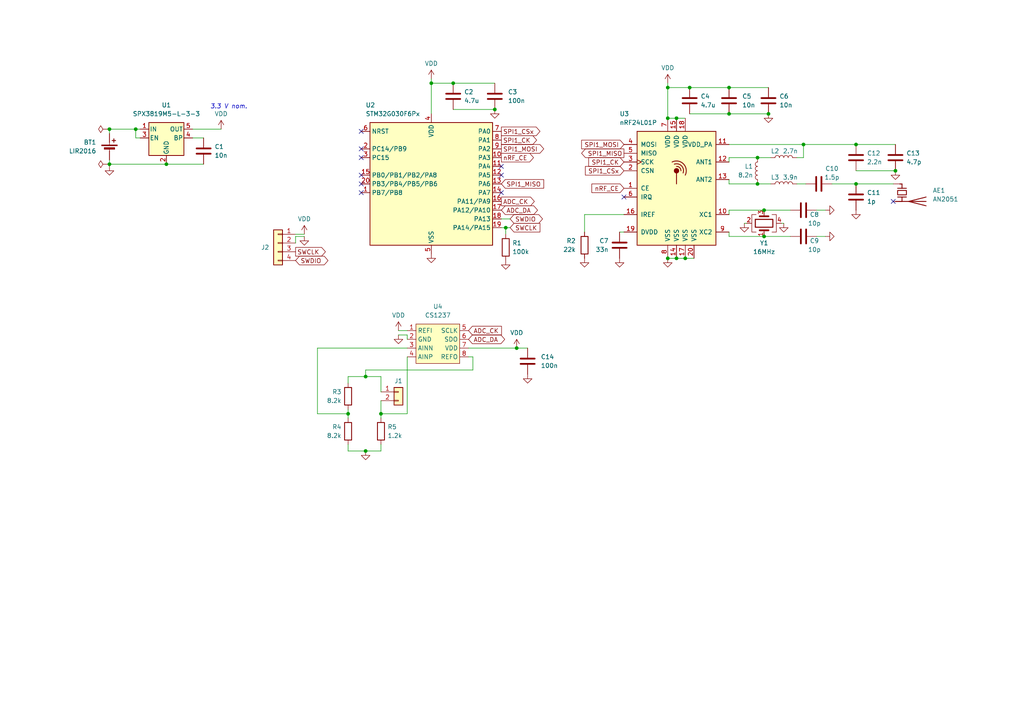
<source format=kicad_sch>
(kicad_sch (version 20230121) (generator eeschema)
  (paper "A4")
  (lib_symbols
    (symbol "Connector_Generic:Conn_01x02" (pin_names (offset 1.016) hide)
      (property "Reference" "J" (at 0 2.54 0))
      (property "Value" "Conn_01x02" (at 0 -5.08 0))
      (symbol "Conn_01x02_1_1"
        (rectangle (start -1.27 -2.413) (end 0 -2.667) (stroke (width 0.1524)))
        (rectangle (start -1.27 0.127) (end 0 -0.127) (stroke (width 0.1524)))
        (rectangle (start -1.27 1.27) (end 1.27 -3.81) (stroke (width 0.254)) (fill (type background)))
        (pin passive line (at -5.08 0 0) (length 3.81) (name "Pin_1") (number "1"))
        (pin passive line (at -5.08 -2.54 0) (length 3.81) (name "Pin_2") (number "2"))
      )
    )
    (symbol "Connector_Generic:Conn_01x04" (pin_names (offset 1.016) hide)
      (property "Reference" "J" (at 0 5.08 0))
      (property "Value" "Conn_01x04" (at 0 -7.62 0))
      (symbol "Conn_01x04_1_1"
        (rectangle (start -1.27 -4.953) (end 0 -5.207) (stroke (width 0.1524)))
        (rectangle (start -1.27 -2.413) (end 0 -2.667) (stroke (width 0.1524)))
        (rectangle (start -1.27 0.127) (end 0 -0.127) (stroke (width 0.1524)))
        (rectangle (start -1.27 2.667) (end 0 2.413) (stroke (width 0.1524)))
        (rectangle (start -1.27 3.81) (end 1.27 -6.35) (stroke (width 0.254)) (fill (type background)))
        (pin passive line (at -5.08 2.54 0) (length 3.81) (name "Pin_1") (number "1"))
        (pin passive line (at -5.08 0 0) (length 3.81) (name "Pin_2") (number "2"))
        (pin passive line (at -5.08 -2.54 0) (length 3.81) (name "Pin_3") (number "3"))
        (pin passive line (at -5.08 -5.08 0) (length 3.81) (name "Pin_4") (number "4"))
      )
    )
    (symbol "Device:Antenna_Chip" (pin_numbers hide) (pin_names (offset 1.016) hide)
      (property "Reference" "AE" (at 0 5.08 0))
      (property "Value" "Antenna_Chip" (at 0 3.175 0))
      (symbol "Antenna_Chip_0_1"
        (polyline (pts (xy -2.54 0) (xy -2.54 -0.635)) (stroke (width 0.254)))
        (polyline (pts (xy -2.54 0) (xy -1.27 0)) (stroke (width 0.254)))
        (polyline (pts (xy 1.27 0) (xy 2.54 0)) (stroke (width 0.254)))
        (polyline (pts (xy 1.27 1.27) (xy 1.27 -1.27)) (stroke (width 0.254)))
        (polyline (pts (xy 2.54 -0.635) (xy 2.54 0)))
        (polyline (pts (xy 2.54 6.985) (xy 2.54 -1.905)) (stroke (width 0.254)))
        (polyline (pts (xy -1.27 1.27) (xy -1.27 -1.27) (xy -1.27 0)) (stroke (width 0.254)))
        (polyline (pts (xy 3.81 6.985) (xy 2.54 1.905) (xy 1.27 6.985)) (stroke (width 0.254)))
        (polyline (pts (xy -0.635 1.27) (xy 0.635 1.27) (xy 0.635 -1.27) (xy -0.635 -1.27) (xy -0.635 1.27)) (stroke (width 0.254)))
      )
      (symbol "Antenna_Chip_1_1"
        (pin input line (at -2.54 -2.54 90) (length 2.54) (name "FEED") (number "1"))
        (pin passive line (at 2.54 -2.54 90) (length 2.54) (name "PCB_Trace") (number "2"))
      )
    )
    (symbol "Device:Battery_Cell" (pin_numbers hide) (pin_names (offset 0) hide)
      (property "Reference" "BT" (at 2.54 2.54 0))
      (property "Value" "Battery_Cell" (at 2.54 0 0))
      (symbol "Battery_Cell_0_1"
        (rectangle (start -2.286 1.778) (end 2.286 1.524) (fill (type outline)))
        (rectangle (start -1.524 1.016) (end 1.524 0.508) (fill (type outline)))
        (polyline (pts (xy 0 0.762) (xy 0 0)))
        (polyline (pts (xy 0 1.778) (xy 0 2.54)))
        (polyline (pts (xy 0.762 3.048) (xy 1.778 3.048)) (stroke (width 0.254)))
        (polyline (pts (xy 1.27 3.556) (xy 1.27 2.54)) (stroke (width 0.254)))
      )
      (symbol "Battery_Cell_1_1"
        (pin passive line (at 0 5.08 270) (length 2.54) (name "+") (number "1"))
        (pin passive line (at 0 -2.54 90) (length 2.54) (name "-") (number "2"))
      )
    )
    (symbol "Device:C" (pin_numbers hide) (pin_names (offset 0.254))
      (property "Reference" "C" (at 0.635 2.54 0))
      (property "Value" "C" (at 0.635 -2.54 0))
      (symbol "C_0_1"
        (polyline (pts (xy -2.032 -0.762) (xy 2.032 -0.762)) (stroke (width 0.508)))
        (polyline (pts (xy -2.032 0.762) (xy 2.032 0.762)) (stroke (width 0.508)))
      )
      (symbol "C_1_1"
        (pin passive line (at 0 3.81 270) (length 2.794) (name "~") (number "1"))
        (pin passive line (at 0 -3.81 90) (length 2.794) (name "~") (number "2"))
      )
    )
    (symbol "Device:Crystal_GND24" (pin_names (offset 1.016) hide)
      (property "Reference" "Y" (at 3.175 5.08 0))
      (property "Value" "Crystal_GND24" (at 3.175 3.175 0))
      (symbol "Crystal_GND24_0_1"
        (rectangle (start -1.143 2.54) (end 1.143 -2.54) (stroke (width 0.3048)))
        (polyline (pts (xy -2.54 0) (xy -2.032 0)))
        (polyline (pts (xy -2.032 -1.27) (xy -2.032 1.27)) (stroke (width 0.508)))
        (polyline (pts (xy 0 -3.81) (xy 0 -3.556)))
        (polyline (pts (xy 0 3.556) (xy 0 3.81)))
        (polyline (pts (xy 2.032 -1.27) (xy 2.032 1.27)) (stroke (width 0.508)))
        (polyline (pts (xy 2.032 0) (xy 2.54 0)))
        (polyline (pts (xy -2.54 -2.286) (xy -2.54 -3.556) (xy 2.54 -3.556) (xy 2.54 -2.286)))
        (polyline (pts (xy -2.54 2.286) (xy -2.54 3.556) (xy 2.54 3.556) (xy 2.54 2.286)))
      )
      (symbol "Crystal_GND24_1_1"
        (pin passive line (at -3.81 0 0) (length 1.27) (name "1") (number "1"))
        (pin passive line (at 0 5.08 270) (length 1.27) (name "2") (number "2"))
        (pin passive line (at 3.81 0 180) (length 1.27) (name "3") (number "3"))
        (pin passive line (at 0 -5.08 90) (length 1.27) (name "4") (number "4"))
      )
    )
    (symbol "Device:L" (pin_numbers hide) (pin_names (offset 1.016) hide)
      (property "Reference" "L" (at -1.27 0 90))
      (property "Value" "L" (at 1.905 0 90))
      (symbol "L_0_1"
        (arc (start 0 -2.54) (mid 0.6323 -1.905) (end 0 -1.27))
        (arc (start 0 -1.27) (mid 0.6323 -0.635) (end 0 0))
        (arc (start 0 0) (mid 0.6323 0.635) (end 0 1.27))
        (arc (start 0 1.27) (mid 0.6323 1.905) (end 0 2.54))
      )
      (symbol "L_1_1"
        (pin passive line (at 0 3.81 270) (length 1.27) (name "1") (number "1"))
        (pin passive line (at 0 -3.81 90) (length 1.27) (name "2") (number "2"))
      )
    )
    (symbol "Device:R" (pin_numbers hide) (pin_names (offset 0))
      (property "Reference" "R" (at 2.032 0 90))
      (property "Value" "R" (at 0 0 90))
      (symbol "R_0_1"
        (rectangle (start -1.016 -2.54) (end 1.016 2.54) (stroke (width 0.254)))
      )
      (symbol "R_1_1"
        (pin passive line (at 0 3.81 270) (length 1.27) (name "~") (number "1"))
        (pin passive line (at 0 -3.81 90) (length 1.27) (name "~") (number "2"))
      )
    )
    (symbol "MCU_ST_STM32G0:STM32G030F6Px"
      (property "Reference" "U" (at -17.78 19.05 0))
      (property "Value" "STM32G030F6Px" (at 2.54 19.05 0))
      (symbol "STM32G030F6Px_0_1"
        (rectangle (start -17.78 -17.78) (end 17.78 17.78) (stroke (width 0.254)) (fill (type background)))
      )
      (symbol "STM32G030F6Px_1_1"
        (pin bidirectional line (at -20.32 -2.54 0) (length 2.54) (name "PB7/PB8") (number "1"))
        (pin bidirectional line (at 20.32 7.62 180) (length 2.54) (name "PA3") (number "10"))
        (pin bidirectional line (at 20.32 5.08 180) (length 2.54) (name "PA4") (number "11"))
        (pin bidirectional line (at 20.32 2.54 180) (length 2.54) (name "PA5") (number "12"))
        (pin bidirectional line (at 20.32 0 180) (length 2.54) (name "PA6") (number "13"))
        (pin bidirectional line (at 20.32 -2.54 180) (length 2.54) (name "PA7") (number "14"))
        (pin bidirectional line (at -20.32 2.54 0) (length 2.54) (name "PB0/PB1/PB2/PA8") (number "15"))
        (pin bidirectional line (at 20.32 -5.08 180) (length 2.54) (name "PA11/PA9") (number "16"))
        (pin bidirectional line (at 20.32 -7.62 180) (length 2.54) (name "PA12/PA10") (number "17"))
        (pin bidirectional line (at 20.32 -10.16 180) (length 2.54) (name "PA13") (number "18"))
        (pin bidirectional line (at 20.32 -12.7 180) (length 2.54) (name "PA14/PA15") (number "19"))
        (pin bidirectional line (at -20.32 10.16 0) (length 2.54) (name "PC14/PB9") (number "2"))
        (pin bidirectional line (at -20.32 0 0) (length 2.54) (name "PB3/PB4/PB5/PB6") (number "20"))
        (pin bidirectional line (at -20.32 7.62 0) (length 2.54) (name "PC15") (number "3"))
        (pin power_in line (at 0 20.32 270) (length 2.54) (name "VDD") (number "4"))
        (pin power_in line (at 0 -20.32 90) (length 2.54) (name "VSS") (number "5"))
        (pin input line (at -20.32 15.24 0) (length 2.54) (name "NRST") (number "6"))
        (pin bidirectional line (at 20.32 15.24 180) (length 2.54) (name "PA0") (number "7"))
        (pin bidirectional line (at 20.32 12.7 180) (length 2.54) (name "PA1") (number "8"))
        (pin bidirectional line (at 20.32 10.16 180) (length 2.54) (name "PA2") (number "9"))
      )
    )
    (symbol "RF:nRF24L01P" (pin_names (offset 1.016))
      (property "Reference" "U" (at -11.43 17.78 0))
      (property "Value" "nRF24L01P" (at 5.08 17.78 0))
      (symbol "nRF24L01P_0_1"
        (rectangle (start -11.43 16.51) (end 11.43 -16.51) (stroke (width 0.254)) (fill (type background)))
        (polyline (pts (xy 0 4.445) (xy 0 1.27)) (stroke (width 0.254)))
        (circle (center 0 5.08) (radius 0.635) (stroke (width 0.254)) (fill (type outline)))
        (arc (start 1.27 5.08) (mid 0.9071 5.9946) (end 0 6.35) (stroke (width 0.254)))
        (arc (start 1.905 4.445) (mid 1.4313 6.5254) (end -0.635 6.985) (stroke (width 0.254)))
        (arc (start 2.54 3.81) (mid 2.008 7.088) (end -1.27 7.62) (stroke (width 0.254)))
        (rectangle (start 11.43 -13.97) (end 11.43 -13.97))
      )
      (symbol "nRF24L01P_1_1"
        (pin input line (at -15.24 0 0) (length 3.81) (name "CE") (number "1"))
        (pin passive line (at 15.24 -7.62 180) (length 3.81) (name "XC1") (number "10"))
        (pin power_out line (at 15.24 12.7 180) (length 3.81) (name "VDD_PA") (number "11"))
        (pin passive line (at 15.24 7.62 180) (length 3.81) (name "ANT1") (number "12"))
        (pin passive line (at 15.24 2.54 180) (length 3.81) (name "ANT2") (number "13"))
        (pin power_in line (at 0 -20.32 90) (length 3.81) (name "VSS") (number "14"))
        (pin power_in line (at 0 20.32 270) (length 3.81) (name "VDD") (number "15"))
        (pin passive line (at -15.24 -7.62 0) (length 3.81) (name "IREF") (number "16"))
        (pin power_in line (at 2.54 -20.32 90) (length 3.81) (name "VSS") (number "17"))
        (pin power_in line (at 2.54 20.32 270) (length 3.81) (name "VDD") (number "18"))
        (pin power_out line (at -15.24 -12.7 0) (length 3.81) (name "DVDD") (number "19"))
        (pin input line (at -15.24 5.08 0) (length 3.81) (name "CSN") (number "2"))
        (pin power_in line (at 5.08 -20.32 90) (length 3.81) (name "VSS") (number "20"))
        (pin input clock (at -15.24 7.62 0) (length 3.81) (name "SCK") (number "3"))
        (pin input line (at -15.24 12.7 0) (length 3.81) (name "MOSI") (number "4"))
        (pin output line (at -15.24 10.16 0) (length 3.81) (name "MISO") (number "5"))
        (pin output line (at -15.24 -2.54 0) (length 3.81) (name "IRQ") (number "6"))
        (pin power_in line (at -2.54 20.32 270) (length 3.81) (name "VDD") (number "7"))
        (pin power_in line (at -2.54 -20.32 90) (length 3.81) (name "VSS") (number "8"))
        (pin passive line (at 15.24 -12.7 180) (length 3.81) (name "XC2") (number "9"))
      )
    )
    (symbol "Regulator_Linear:SPX3819M5-L-3-3" (pin_names (offset 0.254))
      (property "Reference" "U" (at -3.81 5.715 0))
      (property "Value" "SPX3819M5-L-3-3" (at 0 5.715 0))
      (symbol "SPX3819M5-L-3-3_0_1"
        (rectangle (start -5.08 4.445) (end 5.08 -5.08) (stroke (width 0.254)) (fill (type background)))
      )
      (symbol "SPX3819M5-L-3-3_1_1"
        (pin power_in line (at -7.62 2.54 0) (length 2.54) (name "IN") (number "1"))
        (pin power_in line (at 0 -7.62 90) (length 2.54) (name "GND") (number "2"))
        (pin input line (at -7.62 0 0) (length 2.54) (name "EN") (number "3"))
        (pin input line (at 7.62 0 180) (length 2.54) (name "BP") (number "4"))
        (pin power_out line (at 7.62 2.54 180) (length 2.54) (name "OUT") (number "5"))
      )
    )
    (symbol "ResSensor_symbols:CS1237"
      (property "Reference" "U" (at 0 1.27 0))
      (property "Value" "CS1237" (at -0.635 0 0))
      (symbol "CS1237_1_1"
        (rectangle (start -6.35 0) (end 6.35 -11.43) (fill (type background)))
        (pin input line (at -8.89 -1.905 0) (length 2.54) (name "REFI") (number "1"))
        (pin power_in line (at -8.89 -4.445 0) (length 2.54) (name "GND") (number "2"))
        (pin input line (at -8.89 -6.985 0) (length 2.54) (name "AINN") (number "3"))
        (pin input line (at -8.89 -9.525 0) (length 2.54) (name "AINP") (number "4"))
        (pin input line (at 8.89 -1.905 180) (length 2.54) (name "SCLK") (number "5"))
        (pin bidirectional line (at 8.89 -4.445 180) (length 2.54) (name "SDO") (number "6"))
        (pin power_in line (at 8.89 -6.985 180) (length 2.54) (name "VDD") (number "7"))
        (pin output line (at 8.89 -9.525 180) (length 2.54) (name "REFO") (number "8"))
      )
    )
    (symbol "power:GND" (power) (pin_names (offset 0))
      (property "Value" "GND" (at 0 -3.81 0))
      (symbol "GND_0_1"
        (polyline (pts (xy 0 0) (xy 0 -1.27) (xy 1.27 -1.27) (xy 0 -2.54) (xy -1.27 -1.27) (xy 0 -1.27)))
      )
      (symbol "GND_1_1"
        (pin power_in line (at 0 0 270) (length 0) hide (name "GND") (number "1"))
      )
    )
    (symbol "power:PWR_FLAG" (power) (pin_numbers hide) (pin_names (offset 0) hide)
      (property "Value" "PWR_FLAG" (at 0 3.81 0))
      (symbol "PWR_FLAG_0_0"
        (pin power_out line (at 0 0 90) (length 0) (name "pwr") (number "1"))
      )
      (symbol "PWR_FLAG_0_1"
        (polyline (pts (xy 0 0) (xy 0 1.27) (xy -1.016 1.905) (xy 0 2.54) (xy 1.016 1.905) (xy 0 1.27)))
      )
    )
    (symbol "power:VDD" (power) (pin_names (offset 0))
      (property "Value" "VDD" (at 0 3.81 0))
      (symbol "VDD_0_1"
        (polyline (pts (xy -0.762 1.27) (xy 0 2.54)))
        (polyline (pts (xy 0 0) (xy 0 2.54)))
        (polyline (pts (xy 0 2.54) (xy 0.762 1.27)))
      )
      (symbol "VDD_1_1"
        (pin power_in line (at 0 0 90) (length 0) hide (name "VDD") (number "1"))
      )
    )
  )
  (junction (at 146.685 66.04))
  (junction (at 106.045 109.22))
  (junction (at 221.615 68.58))
  (junction (at 193.675 34.29))
  (junction (at 198.755 74.93))
  (junction (at 31.75 47.625))
  (junction (at 259.715 49.53))
  (junction (at 248.285 53.34))
  (junction (at 143.51 31.75))
  (junction (at 233.045 41.91))
  (junction (at 219.71 53.34))
  (junction (at 131.445 24.13))
  (junction (at 193.675 74.93))
  (junction (at 125.095 24.13))
  (junction (at 100.965 120.015))
  (junction (at 149.86 100.965))
  (junction (at 48.26 47.625))
  (junction (at 222.885 33.02))
  (junction (at 211.455 25.4))
  (junction (at 106.045 130.81))
  (junction (at 196.215 34.29))
  (junction (at 211.455 33.02))
  (junction (at 219.71 45.72))
  (junction (at 248.285 41.91))
  (junction (at 193.675 25.4))
  (junction (at 196.215 74.93))
  (junction (at 31.75 37.465))
  (junction (at 221.615 60.96))
  (junction (at 200.025 25.4))
  (junction (at 110.49 120.015))
  (junction (at 39.37 37.465))
  (no_connect (at 104.775 38.1))
  (no_connect (at 180.975 57.15))
  (no_connect (at 145.415 48.26))
  (no_connect (at 104.775 53.34))
  (no_connect (at 259.08 58.42))
  (no_connect (at 104.775 43.18))
  (no_connect (at 104.775 50.8))
  (no_connect (at 145.415 50.8))
  (no_connect (at 104.775 55.88))
  (no_connect (at 145.415 55.88))
  (no_connect (at 104.775 45.72))
  (wire (pts (xy 110.49 109.22) (xy 110.49 113.665)))
  (wire (pts (xy 211.455 41.91) (xy 233.045 41.91)))
  (wire (pts (xy 125.095 24.13) (xy 131.445 24.13)))
  (wire (pts (xy 211.455 60.96) (xy 221.615 60.96)))
  (wire (pts (xy 55.88 40.005) (xy 59.055 40.005)))
  (wire (pts (xy 179.705 67.31) (xy 180.975 67.31)))
  (wire (pts (xy 147.955 66.04) (xy 146.685 66.04)))
  (wire (pts (xy 110.49 120.015) (xy 110.49 121.285)))
  (wire (pts (xy 248.285 53.34) (xy 259.08 53.34)))
  (wire (pts (xy 31.115 47.625) (xy 31.75 47.625)))
  (wire (pts (xy 239.395 60.96) (xy 236.855 60.96)))
  (wire (pts (xy 135.89 100.965) (xy 149.86 100.965)))
  (wire (pts (xy 221.615 68.58) (xy 211.455 68.58)))
  (wire (pts (xy 193.675 25.4) (xy 193.675 34.29)))
  (wire (pts (xy 106.045 130.81) (xy 110.49 130.81)))
  (wire (pts (xy 198.755 74.93) (xy 201.295 74.93)))
  (wire (pts (xy 193.675 74.93) (xy 196.215 74.93)))
  (wire (pts (xy 200.025 25.4) (xy 211.455 25.4)))
  (wire (pts (xy 193.675 25.4) (xy 200.025 25.4)))
  (wire (pts (xy 226.695 64.77) (xy 227.33 64.77)))
  (wire (pts (xy 211.455 25.4) (xy 222.885 25.4)))
  (wire (pts (xy 241.3 53.34) (xy 248.285 53.34)))
  (wire (pts (xy 131.445 24.13) (xy 143.51 24.13)))
  (wire (pts (xy 180.975 62.23) (xy 169.545 62.23)))
  (wire (pts (xy 131.445 31.75) (xy 143.51 31.75)))
  (wire (pts (xy 31.75 47.625) (xy 48.26 47.625)))
  (wire (pts (xy 135.89 103.505) (xy 137.16 103.505)))
  (wire (pts (xy 100.965 120.015) (xy 100.965 121.285)))
  (wire (pts (xy 31.115 37.465) (xy 31.75 37.465)))
  (wire (pts (xy 211.455 68.58) (xy 211.455 67.31)))
  (wire (pts (xy 125.095 22.86) (xy 125.095 24.13)))
  (wire (pts (xy 31.75 37.465) (xy 39.37 37.465)))
  (wire (pts (xy 115.57 95.885) (xy 118.11 95.885)))
  (wire (pts (xy 118.11 100.965) (xy 92.075 100.965)))
  (wire (pts (xy 92.075 100.965) (xy 92.075 120.015)))
  (wire (pts (xy 118.11 97.155) (xy 118.11 98.425)))
  (wire (pts (xy 100.965 111.125) (xy 100.965 109.22)))
  (wire (pts (xy 31.75 37.465) (xy 31.75 38.735)))
  (wire (pts (xy 39.37 37.465) (xy 40.64 37.465)))
  (wire (pts (xy 147.955 63.5) (xy 145.415 63.5)))
  (wire (pts (xy 100.965 128.905) (xy 100.965 130.81)))
  (wire (pts (xy 211.455 53.34) (xy 211.455 52.07)))
  (wire (pts (xy 219.71 53.34) (xy 211.455 53.34)))
  (wire (pts (xy 146.685 66.04) (xy 146.685 67.945)))
  (wire (pts (xy 215.9 64.77) (xy 216.535 64.77)))
  (wire (pts (xy 248.285 41.91) (xy 259.715 41.91)))
  (wire (pts (xy 110.49 116.205) (xy 110.49 120.015)))
  (wire (pts (xy 193.675 34.29) (xy 196.215 34.29)))
  (wire (pts (xy 125.095 24.13) (xy 125.095 33.02)))
  (wire (pts (xy 31.75 46.355) (xy 31.75 47.625)))
  (wire (pts (xy 106.045 109.22) (xy 110.49 109.22)))
  (wire (pts (xy 239.395 68.58) (xy 236.855 68.58)))
  (wire (pts (xy 231.14 53.34) (xy 233.68 53.34)))
  (wire (pts (xy 146.685 66.04) (xy 145.415 66.04)))
  (wire (pts (xy 196.215 34.29) (xy 198.755 34.29)))
  (wire (pts (xy 39.37 37.465) (xy 39.37 40.005)))
  (wire (pts (xy 200.025 33.02) (xy 211.455 33.02)))
  (wire (pts (xy 40.64 40.005) (xy 39.37 40.005)))
  (wire (pts (xy 106.045 107.315) (xy 106.045 109.22)))
  (wire (pts (xy 211.455 62.23) (xy 211.455 60.96)))
  (wire (pts (xy 193.675 24.13) (xy 193.675 25.4)))
  (wire (pts (xy 100.965 130.81) (xy 106.045 130.81)))
  (wire (pts (xy 118.11 120.015) (xy 110.49 120.015)))
  (wire (pts (xy 92.075 120.015) (xy 100.965 120.015)))
  (wire (pts (xy 221.615 68.58) (xy 229.235 68.58)))
  (wire (pts (xy 85.725 70.485) (xy 85.725 68.58)))
  (wire (pts (xy 85.725 68.58) (xy 88.265 68.58)))
  (wire (pts (xy 55.88 37.465) (xy 64.135 37.465)))
  (wire (pts (xy 233.045 45.72) (xy 231.14 45.72)))
  (wire (pts (xy 48.26 47.625) (xy 59.055 47.625)))
  (wire (pts (xy 248.285 49.53) (xy 259.715 49.53)))
  (wire (pts (xy 137.16 107.315) (xy 106.045 107.315)))
  (wire (pts (xy 110.49 130.81) (xy 110.49 128.905)))
  (wire (pts (xy 233.045 41.91) (xy 233.045 45.72)))
  (wire (pts (xy 31.75 47.625) (xy 31.75 48.26)))
  (wire (pts (xy 118.11 103.505) (xy 118.11 120.015)))
  (wire (pts (xy 196.215 74.93) (xy 198.755 74.93)))
  (wire (pts (xy 219.71 45.72) (xy 223.52 45.72)))
  (wire (pts (xy 153.035 100.965) (xy 149.86 100.965)))
  (wire (pts (xy 115.57 97.155) (xy 118.11 97.155)))
  (wire (pts (xy 219.71 53.34) (xy 223.52 53.34)))
  (wire (pts (xy 100.965 109.22) (xy 106.045 109.22)))
  (wire (pts (xy 100.965 118.745) (xy 100.965 120.015)))
  (wire (pts (xy 169.545 62.23) (xy 169.545 67.31)))
  (wire (pts (xy 211.455 33.02) (xy 222.885 33.02)))
  (wire (pts (xy 211.455 45.72) (xy 219.71 45.72)))
  (wire (pts (xy 137.16 103.505) (xy 137.16 107.315)))
  (wire (pts (xy 211.455 46.99) (xy 211.455 45.72)))
  (wire (pts (xy 233.045 41.91) (xy 248.285 41.91)))
  (wire (pts (xy 88.265 67.945) (xy 85.725 67.945)))
  (wire (pts (xy 221.615 60.96) (xy 229.235 60.96)))
  (text "3.3 V nom." (at 60.96 31.75 0) (effects (font (size 1.27 1.27) italic) (justify left bottom)))
  (global_label "nRF_CE" (shape input) (at 180.975 54.61 180) (property "Intersheetrefs" "${INTERSHEET_REFS}" (effects hide)))
  (global_label "SPI1_CSx" (shape input) (at 180.975 49.53 180) (property "Intersheetrefs" "${INTERSHEET_REFS}" (effects hide)))
  (global_label "SPI1_CK" (shape input) (at 180.975 46.99 180) (property "Intersheetrefs" "${INTERSHEET_REFS}" (effects hide)))
  (global_label "nRF_CE" (shape output) (at 145.415 45.72 0) (property "Intersheetrefs" "${INTERSHEET_REFS}" (effects hide)))
  (global_label "SWCLK" (shape output) (at 85.725 73.025 0) (property "Intersheetrefs" "${INTERSHEET_REFS}" (effects hide)))
  (global_label "SPI1_CSx" (shape output) (at 145.415 38.1 0) (property "Intersheetrefs" "${INTERSHEET_REFS}" (effects hide)))
  (global_label "ADC_CK" (shape output) (at 145.415 58.42 0) (property "Intersheetrefs" "${INTERSHEET_REFS}" (effects hide)))
  (global_label "SPI1_MISO" (shape input) (at 145.415 53.34 0) (property "Intersheetrefs" "${INTERSHEET_REFS}" (effects hide)))
  (global_label "SPI1_MOSI" (shape input) (at 180.975 41.91 180) (property "Intersheetrefs" "${INTERSHEET_REFS}" (effects hide)))
  (global_label "SWDIO" (shape bidirectional) (at 85.725 75.565 0) (property "Intersheetrefs" "${INTERSHEET_REFS}" (effects hide)))
  (global_label "ADC_DA" (shape bidirectional) (at 135.89 98.425 0) (property "Intersheetrefs" "${INTERSHEET_REFS}" (effects hide)))
  (global_label "SWDIO" (shape bidirectional) (at 147.955 63.5 0) (property "Intersheetrefs" "${INTERSHEET_REFS}" (effects hide)))
  (global_label "SPI1_CK" (shape output) (at 145.415 40.64 0) (property "Intersheetrefs" "${INTERSHEET_REFS}" (effects hide)))
  (global_label "SPI1_MISO" (shape output) (at 180.975 44.45 180) (property "Intersheetrefs" "${INTERSHEET_REFS}" (effects hide)))
  (global_label "SPI1_MOSI" (shape output) (at 145.415 43.18 0) (property "Intersheetrefs" "${INTERSHEET_REFS}" (effects hide)))
  (global_label "SWCLK" (shape input) (at 147.955 66.04 0) (property "Intersheetrefs" "${INTERSHEET_REFS}" (effects hide)))
  (global_label "ADC_DA" (shape bidirectional) (at 145.415 60.96 0) (property "Intersheetrefs" "${INTERSHEET_REFS}" (effects hide)))
  (global_label "ADC_CK" (shape input) (at 135.89 95.885 0) (property "Intersheetrefs" "${INTERSHEET_REFS}" (effects hide)))
  (symbol (lib_id "Device:C") (at 237.49 53.34 90) (unit 1)
    (property "Reference" "C10" (at 241.3 48.895 90))
    (property "Value" "1.5p" (at 241.3 51.435 90))
    (property "Footprint" "Capacitor_SMD:C_0402_1005Metric" (effects hide))
  )
  (symbol (lib_id "Device:C") (at 259.715 45.72 0) (unit 1)
    (property "Reference" "C13" (at 262.89 44.45 0) (effects (justify left)))
    (property "Value" "4.7p" (at 262.89 46.99 0) (effects (justify left)))
    (property "Footprint" "Capacitor_SMD:C_0402_1005Metric" (effects hide))
  )
  (symbol (lib_id "power:GND") (at 215.9 64.77 0) (unit 1)
    (property "Reference" "#PWR010" (effects hide))
    (property "Value" "GND" (effects hide))
  )
  (symbol (lib_id "power:VDD") (at 64.135 37.465 0) (unit 1)
    (property "Reference" "#PWR03" (effects hide))
    (property "Value" "VDD" (at 64.135 33.02 0))
  )
  (symbol (lib_id "power:PWR_FLAG") (at 31.115 37.465 90) (unit 1)
    (property "Reference" "#FLG01" (effects hide))
    (property "Value" "PWR_FLAG" (effects hide))
  )
  (symbol (lib_id "Device:C") (at 131.445 27.94 0) (unit 1)
    (property "Reference" "C2" (at 134.62 26.67 0) (effects (justify left)))
    (property "Value" "4.7u" (at 134.62 29.21 0) (effects (justify left)))
    (property "Footprint" "Capacitor_SMD:C_0603_1608Metric" (effects hide))
  )
  (symbol (lib_id "Device:C") (at 200.025 29.21 0) (unit 1)
    (property "Reference" "C4" (at 203.2 27.94 0) (effects (justify left)))
    (property "Value" "4.7u" (at 203.2 30.48 0) (effects (justify left)))
    (property "Footprint" "Capacitor_SMD:C_0603_1608Metric" (effects hide))
  )
  (symbol (lib_id "Device:C") (at 248.285 57.15 0) (unit 1)
    (property "Reference" "C11" (at 251.46 55.88 0) (effects (justify left)))
    (property "Value" "1p" (at 251.46 58.42 0) (effects (justify left)))
    (property "Footprint" "Capacitor_SMD:C_0402_1005Metric" (effects hide))
  )
  (symbol (lib_id "power:VDD") (at 149.86 100.965 0) (unit 1)
    (property "Reference" "#PWR018" (effects hide))
    (property "Value" "VDD" (at 149.86 96.52 0))
  )
  (symbol (lib_id "Device:C") (at 143.51 27.94 0) (unit 1)
    (property "Reference" "C3" (at 147.32 26.67 0) (effects (justify left)))
    (property "Value" "100n" (at 147.32 29.21 0) (effects (justify left)))
    (property "Footprint" "Capacitor_SMD:C_0603_1608Metric" (effects hide))
  )
  (symbol (lib_id "Regulator_Linear:SPX3819M5-L-3-3") (at 48.26 40.005 0) (unit 1)
    (property "Reference" "U1" (at 48.26 30.48 0))
    (property "Value" "SPX3819M5-L-3-3" (at 48.26 33.02 0))
    (property "Footprint" "Package_TO_SOT_SMD:SOT-23-5" (effects hide))
    (property "Datasheet" "https://www.exar.com/content/document.ashx?id=22106&languageid=1033&type=Datasheet&partnumber=SPX3819&filename=SPX3819.pdf&part=SPX3819" (effects hide))
  )
  (symbol (lib_id "Device:L") (at 227.33 53.34 90) (unit 1)
    (property "Reference" "L3" (at 224.79 51.435 90))
    (property "Value" "3.9n" (at 229.235 51.435 90))
    (property "Footprint" "Capacitor_SMD:C_0402_1005Metric" (effects hide))
  )
  (symbol (lib_id "Device:R") (at 110.49 125.095 0) (unit 1)
    (property "Reference" "R5" (at 112.395 123.825 0) (effects (justify left)))
    (property "Value" "1.2k" (at 112.395 126.365 0) (effects (justify left)))
    (property "Footprint" "Resistor_SMD:R_0603_1608Metric" (effects hide))
  )
  (symbol (lib_id "power:GND") (at 193.675 74.93 0) (unit 1)
    (property "Reference" "#PWR017" (effects hide))
    (property "Value" "GND" (effects hide))
  )
  (symbol (lib_id "Device:Crystal_GND24") (at 221.615 64.77 90) (unit 1)
    (property "Reference" "Y1" (at 221.615 70.485 90))
    (property "Value" "16MHz" (at 221.615 73.025 90))
    (property "Footprint" "Crystal:Crystal_SMD_3225-4Pin_3.2x2.5mm" (effects hide))
  )
  (symbol (lib_id "Device:Battery_Cell") (at 31.75 43.815 0) (unit 1)
    (property "Reference" "BT1" (at 27.94 41.275 0) (effects (justify right)))
    (property "Value" "LIR2016" (at 27.94 43.815 0) (effects (justify right)))
    (property "Footprint" "Battery:BatteryHolder_Keystone_1060_1x2032" (effects hide))
  )
  (symbol (lib_id "power:GND") (at 31.75 48.26 0) (unit 1)
    (property "Reference" "#PWR01" (effects hide))
    (property "Value" "GND" (effects hide))
  )
  (symbol (lib_id "RF:nRF24L01P") (at 196.215 54.61 0) (unit 1)
    (property "Reference" "U3" (at 179.705 33.02 0) (effects (justify left)))
    (property "Value" "nRF24L01P" (at 179.705 35.56 0) (effects (justify left)))
    (property "Footprint" "ResSensor_footprints:QFN-20-P0.5" (effects hide))
    (property "Datasheet" "http://www.nordicsemi.com/eng/content/download/2726/34069/file/nRF24L01P_Product_Specification_1_0.pdf" (effects hide))
  )
  (symbol (lib_id "power:GND") (at 239.395 68.58 90) (unit 1)
    (property "Reference" "#PWR013" (effects hide))
    (property "Value" "GND" (effects hide))
  )
  (symbol (lib_id "Device:C") (at 222.885 29.21 0) (unit 1)
    (property "Reference" "C6" (at 226.06 27.94 0) (effects (justify left)))
    (property "Value" "10n" (at 226.06 30.48 0) (effects (justify left)))
    (property "Footprint" "Capacitor_SMD:C_0402_1005Metric" (effects hide))
  )
  (symbol (lib_id "Device:C") (at 153.035 104.775 0) (unit 1)
    (property "Reference" "C14" (at 156.845 103.505 0) (effects (justify left)))
    (property "Value" "100n" (at 156.845 106.045 0) (effects (justify left)))
    (property "Footprint" "Capacitor_SMD:C_0603_1608Metric" (effects hide))
  )
  (symbol (lib_id "Connector_Generic:Conn_01x02") (at 115.57 113.665 0) (unit 1)
    (property "Reference" "J1" (at 115.57 110.49 0))
    (property "Value" "Conn_01x02" (effects hide))
    (property "Footprint" "Connector_JST:JST_GH_SM02B-GHS-TB_1x02-1MP_P1.25mm_Horizontal" (effects hide))
  )
  (symbol (lib_id "power:VDD") (at 125.095 22.86 0) (unit 1)
    (property "Reference" "#PWR02" (effects hide))
    (property "Value" "VDD" (at 125.095 18.415 0))
  )
  (symbol (lib_id "power:GND") (at 88.265 68.58 0) (unit 1)
    (property "Reference" "#PWR023" (effects hide))
    (property "Value" "GND" (effects hide))
  )
  (symbol (lib_id "power:VDD") (at 88.265 67.945 0) (unit 1)
    (property "Reference" "#PWR014" (effects hide))
    (property "Value" "VDD" (at 88.265 63.5 0))
  )
  (symbol (lib_id "Device:C") (at 211.455 29.21 0) (unit 1)
    (property "Reference" "C5" (at 215.265 27.94 0) (effects (justify left)))
    (property "Value" "10n" (at 215.265 30.48 0) (effects (justify left)))
    (property "Footprint" "Capacitor_SMD:C_0402_1005Metric" (effects hide))
  )
  (symbol (lib_id "Device:L") (at 227.33 45.72 90) (unit 1)
    (property "Reference" "L2" (at 224.79 43.815 90))
    (property "Value" "2.7n" (at 229.235 43.815 90))
    (property "Footprint" "Capacitor_SMD:C_0402_1005Metric" (effects hide))
  )
  (symbol (lib_id "power:VDD") (at 193.675 24.13 0) (unit 1)
    (property "Reference" "#PWR06" (effects hide))
    (property "Value" "VDD" (at 193.675 19.685 0))
  )
  (symbol (lib_id "power:GND") (at 115.57 97.155 0) (unit 1)
    (property "Reference" "#PWR019" (effects hide))
    (property "Value" "GND" (effects hide))
  )
  (symbol (lib_id "Device:Antenna_Chip") (at 261.62 55.88 270) (unit 1)
    (property "Reference" "AE1" (at 270.51 55.245 90) (effects (justify left)))
    (property "Value" "AN2051" (at 270.51 57.785 90) (effects (justify left)))
    (property "Footprint" "ResSensor_footprints:ANTC5020X127N" (effects hide))
  )
  (symbol (lib_id "power:GND") (at 179.705 74.93 0) (unit 1)
    (property "Reference" "#PWR08" (effects hide))
    (property "Value" "GND" (effects hide))
  )
  (symbol (lib_id "power:GND") (at 125.095 73.66 0) (unit 1)
    (property "Reference" "#PWR04" (effects hide))
    (property "Value" "GND" (effects hide))
  )
  (symbol (lib_id "power:VDD") (at 115.57 95.885 0) (unit 1)
    (property "Reference" "#PWR020" (effects hide))
    (property "Value" "VDD" (at 115.57 91.44 0))
  )
  (symbol (lib_id "power:GND") (at 169.545 74.93 0) (unit 1)
    (property "Reference" "#PWR09" (effects hide))
    (property "Value" "GND" (effects hide))
  )
  (symbol (lib_id "power:GND") (at 259.715 49.53 0) (unit 1)
    (property "Reference" "#PWR016" (effects hide))
    (property "Value" "GND" (effects hide))
  )
  (symbol (lib_id "power:GND") (at 153.035 108.585 0) (unit 1)
    (property "Reference" "#PWR021" (effects hide))
    (property "Value" "GND" (effects hide))
  )
  (symbol (lib_id "Connector_Generic:Conn_01x04") (at 80.645 70.485 0) (mirror y) (unit 1)
    (property "Reference" "J2" (at 78.105 71.755 0) (effects (justify left)))
    (property "Value" "Conn_01x04" (effects hide))
    (property "Footprint" "ResSensor_footprints:TestPoints_1x04_P2.0" (effects hide))
  )
  (symbol (lib_id "power:GND") (at 227.33 64.77 0) (unit 1)
    (property "Reference" "#PWR011" (effects hide))
    (property "Value" "GND" (effects hide))
  )
  (symbol (lib_id "power:GND") (at 146.685 75.565 0) (unit 1)
    (property "Reference" "#PWR024" (effects hide))
    (property "Value" "GND" (effects hide))
  )
  (symbol (lib_id "MCU_ST_STM32G0:STM32G030F6Px") (at 125.095 53.34 0) (unit 1)
    (property "Reference" "U2" (at 106.045 30.48 0) (effects (justify left)))
    (property "Value" "STM32G030F6Px" (at 106.045 33.02 0) (effects (justify left)))
    (property "Footprint" "Package_SO:TSSOP-20_4.4x6.5mm_P0.65mm" (effects hide))
    (property "Datasheet" "https://www.st.com/resource/en/datasheet/stm32g030f6.pdf" (effects hide))
  )
  (symbol (lib_id "Device:R") (at 100.965 114.935 0) (mirror y) (unit 1)
    (property "Reference" "R3" (at 99.06 113.665 0) (effects (justify left)))
    (property "Value" "8.2k" (at 99.06 116.205 0) (effects (justify left)))
    (property "Footprint" "Resistor_SMD:R_0603_1608Metric" (effects hide))
  )
  (symbol (lib_id "Device:C") (at 233.045 60.96 90) (unit 1)
    (property "Reference" "C8" (at 236.22 62.23 90))
    (property "Value" "10p" (at 236.22 64.77 90))
    (property "Footprint" "Capacitor_SMD:C_0402_1005Metric" (effects hide))
  )
  (symbol (lib_id "Device:C") (at 233.045 68.58 90) (unit 1)
    (property "Reference" "C9" (at 236.22 69.85 90))
    (property "Value" "10p" (at 236.22 72.39 90))
    (property "Footprint" "Capacitor_SMD:C_0402_1005Metric" (effects hide))
  )
  (symbol (lib_id "power:GND") (at 106.045 130.81 0) (unit 1)
    (property "Reference" "#PWR022" (effects hide))
    (property "Value" "GND" (effects hide))
  )
  (symbol (lib_id "Device:C") (at 59.055 43.815 0) (unit 1)
    (property "Reference" "C1" (at 62.23 42.545 0) (effects (justify left)))
    (property "Value" "10n" (at 62.23 45.085 0) (effects (justify left)))
    (property "Footprint" "Capacitor_SMD:C_0603_1608Metric" (effects hide))
  )
  (symbol (lib_id "power:GND") (at 248.285 60.96 0) (unit 1)
    (property "Reference" "#PWR015" (effects hide))
    (property "Value" "GND" (effects hide))
  )
  (symbol (lib_id "Device:C") (at 248.285 45.72 0) (unit 1)
    (property "Reference" "C12" (at 251.46 44.45 0) (effects (justify left)))
    (property "Value" "2.2n" (at 251.46 46.99 0) (effects (justify left)))
    (property "Footprint" "Capacitor_SMD:C_0402_1005Metric" (effects hide))
  )
  (symbol (lib_id "power:PWR_FLAG") (at 31.115 47.625 90) (unit 1)
    (property "Reference" "#FLG02" (effects hide))
    (property "Value" "PWR_FLAG" (effects hide))
  )
  (symbol (lib_id "Device:R") (at 100.965 125.095 0) (mirror y) (unit 1)
    (property "Reference" "R4" (at 99.06 123.825 0) (effects (justify left)))
    (property "Value" "8.2k" (at 99.06 126.365 0) (effects (justify left)))
    (property "Footprint" "Resistor_SMD:R_0603_1608Metric" (effects hide))
  )
  (symbol (lib_id "power:GND") (at 239.395 60.96 90) (unit 1)
    (property "Reference" "#PWR012" (effects hide))
    (property "Value" "GND" (effects hide))
  )
  (symbol (lib_id "Device:L") (at 219.71 49.53 0) (mirror y) (unit 1)
    (property "Reference" "L1" (at 218.44 48.26 0) (effects (justify left)))
    (property "Value" "8.2n" (at 218.44 50.8 0) (effects (justify left)))
    (property "Footprint" "Capacitor_SMD:C_0402_1005Metric" (effects hide))
  )
  (symbol (lib_id "ResSensor_symbols:CS1237") (at 127 93.98 0) (unit 1)
    (property "Reference" "U4" (at 127 88.9 0))
    (property "Value" "CS1237" (at 127 91.44 0))
    (property "Footprint" "Package_SO:SOP-8_3.76x4.96mm_P1.27mm" (effects hide))
  )
  (symbol (lib_id "Device:C") (at 179.705 71.12 0) (mirror y) (unit 1)
    (property "Reference" "C7" (at 176.53 69.85 0) (effects (justify left)))
    (property "Value" "33n" (at 176.53 72.39 0) (effects (justify left)))
    (property "Footprint" "Capacitor_SMD:C_0402_1005Metric" (effects hide))
  )
  (symbol (lib_id "Device:R") (at 169.545 71.12 0) (mirror y) (unit 1)
    (property "Reference" "R2" (at 167.005 69.85 0) (effects (justify left)))
    (property "Value" "22k" (at 167.005 72.39 0) (effects (justify left)))
    (property "Footprint" "Resistor_SMD:R_0603_1608Metric" (effects hide))
  )
  (symbol (lib_id "Device:R") (at 146.685 71.755 0) (unit 1)
    (property "Reference" "R1" (at 148.59 70.485 0) (effects (justify left)))
    (property "Value" "100k" (at 148.59 73.025 0) (effects (justify left)))
    (property "Footprint" "Resistor_SMD:R_0603_1608Metric" (effects hide))
  )
  (symbol (lib_id "power:GND") (at 143.51 31.75 0) (unit 1)
    (property "Reference" "#PWR05" (effects hide))
    (property "Value" "GND" (effects hide))
  )
  (symbol (lib_id "power:GND") (at 222.885 33.02 0) (unit 1)
    (property "Reference" "#PWR07" (effects hide))
    (property "Value" "GND" (effects hide))
  )
)
</source>
